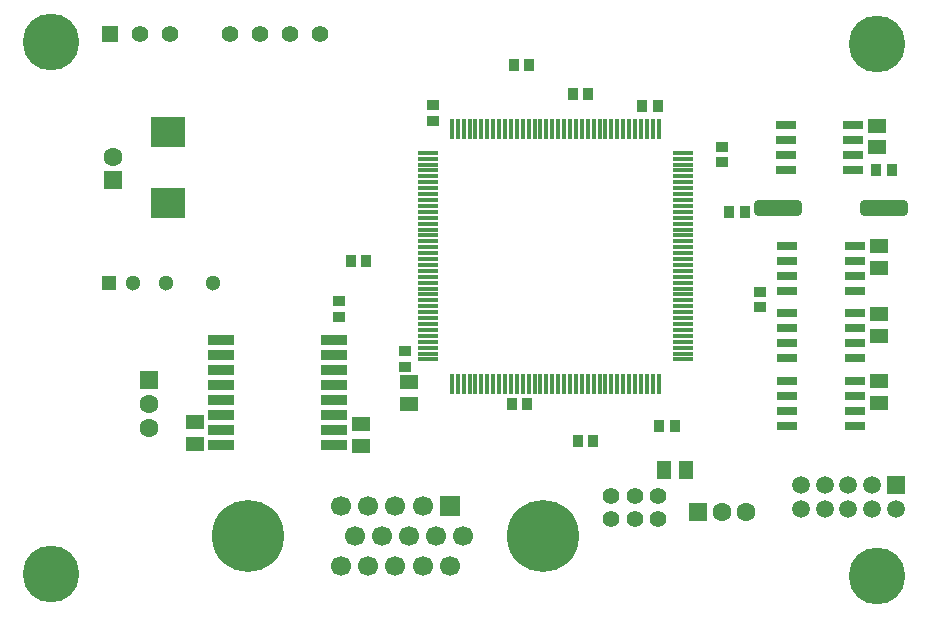
<source format=gts>
G04*
G04 #@! TF.GenerationSoftware,Altium Limited,Altium Designer,23.11.1 (41)*
G04*
G04 Layer_Color=8388736*
%FSLAX43Y43*%
%MOMM*%
G71*
G04*
G04 #@! TF.SameCoordinates,7BC64366-9C4D-408C-9FF9-50DFB5F98349*
G04*
G04*
G04 #@! TF.FilePolarity,Negative*
G04*
G01*
G75*
%ADD16R,0.400X1.700*%
%ADD17R,1.700X0.400*%
%ADD18R,1.150X1.600*%
%ADD19R,1.500X1.150*%
%ADD20R,0.900X1.000*%
%ADD21R,1.000X0.900*%
%ADD22R,1.700X0.700*%
G04:AMPARAMS|DCode=23|XSize=1.3mm|YSize=4.1mm|CornerRadius=0.35mm|HoleSize=0mm|Usage=FLASHONLY|Rotation=90.000|XOffset=0mm|YOffset=0mm|HoleType=Round|Shape=RoundedRectangle|*
%AMROUNDEDRECTD23*
21,1,1.300,3.400,0,0,90.0*
21,1,0.600,4.100,0,0,90.0*
1,1,0.700,1.700,0.300*
1,1,0.700,1.700,-0.300*
1,1,0.700,-1.700,-0.300*
1,1,0.700,-1.700,0.300*
%
%ADD23ROUNDEDRECTD23*%
%ADD24R,2.200X0.900*%
%ADD25R,1.600X1.150*%
%ADD26R,2.870X2.650*%
%ADD27R,1.700X1.700*%
%ADD28C,1.700*%
%ADD29C,6.100*%
%ADD30C,1.400*%
%ADD31R,1.400X1.400*%
%ADD32C,1.600*%
%ADD33R,1.600X1.600*%
%ADD34R,1.600X1.600*%
%ADD35C,1.500*%
%ADD36R,1.500X1.500*%
%ADD37C,4.800*%
%ADD38R,1.300X1.300*%
%ADD39C,1.300*%
D16*
X57482Y31275D02*
D03*
X56982D02*
D03*
X56482D02*
D03*
X55982D02*
D03*
X55482D02*
D03*
X54982D02*
D03*
X54482D02*
D03*
X53982D02*
D03*
X53482D02*
D03*
X52982D02*
D03*
X52482D02*
D03*
X51982D02*
D03*
X51482D02*
D03*
X50982D02*
D03*
X50482D02*
D03*
X49982D02*
D03*
X49482D02*
D03*
X48982D02*
D03*
X48482D02*
D03*
X47982D02*
D03*
X47482D02*
D03*
X46982D02*
D03*
X46482D02*
D03*
X45982D02*
D03*
X45482D02*
D03*
X44982D02*
D03*
X44482D02*
D03*
X43982D02*
D03*
X43482D02*
D03*
X42982D02*
D03*
X42482D02*
D03*
X41982D02*
D03*
X41482D02*
D03*
X40982D02*
D03*
X40482D02*
D03*
X39982D02*
D03*
Y52875D02*
D03*
X40482D02*
D03*
X40982D02*
D03*
X41482D02*
D03*
X41982D02*
D03*
X42482D02*
D03*
X42982D02*
D03*
X43482D02*
D03*
X43982D02*
D03*
X44482D02*
D03*
X44982D02*
D03*
X45482D02*
D03*
X45982D02*
D03*
X46482D02*
D03*
X46982D02*
D03*
X47482D02*
D03*
X47982D02*
D03*
X48482D02*
D03*
X48982D02*
D03*
X49482D02*
D03*
X49982D02*
D03*
X50482D02*
D03*
X50982D02*
D03*
X51482D02*
D03*
X51982D02*
D03*
X52482D02*
D03*
X52982D02*
D03*
X53482D02*
D03*
X53982D02*
D03*
X54482D02*
D03*
X54982D02*
D03*
X55482D02*
D03*
X55982D02*
D03*
X56482D02*
D03*
X56982D02*
D03*
X57482D02*
D03*
D17*
X37932Y33325D02*
D03*
Y33825D02*
D03*
Y34325D02*
D03*
Y34825D02*
D03*
Y35325D02*
D03*
Y35825D02*
D03*
Y36325D02*
D03*
Y36825D02*
D03*
Y37325D02*
D03*
Y37825D02*
D03*
Y38325D02*
D03*
Y38825D02*
D03*
Y39325D02*
D03*
Y39825D02*
D03*
Y40325D02*
D03*
Y40825D02*
D03*
Y41325D02*
D03*
Y41825D02*
D03*
Y42325D02*
D03*
Y42825D02*
D03*
Y43325D02*
D03*
Y43825D02*
D03*
Y44325D02*
D03*
Y44825D02*
D03*
Y45325D02*
D03*
Y45825D02*
D03*
Y46325D02*
D03*
Y46825D02*
D03*
Y47325D02*
D03*
Y47825D02*
D03*
Y48325D02*
D03*
Y48825D02*
D03*
Y49325D02*
D03*
Y49825D02*
D03*
Y50325D02*
D03*
Y50825D02*
D03*
X59532D02*
D03*
Y50325D02*
D03*
Y49825D02*
D03*
Y49325D02*
D03*
Y48825D02*
D03*
Y48325D02*
D03*
Y47825D02*
D03*
Y47325D02*
D03*
Y46825D02*
D03*
Y46325D02*
D03*
Y45825D02*
D03*
Y45325D02*
D03*
Y44825D02*
D03*
Y44325D02*
D03*
Y43825D02*
D03*
Y43325D02*
D03*
Y42825D02*
D03*
Y42325D02*
D03*
Y41825D02*
D03*
Y41325D02*
D03*
Y40825D02*
D03*
Y40325D02*
D03*
Y39825D02*
D03*
Y39325D02*
D03*
Y38825D02*
D03*
Y38325D02*
D03*
Y37825D02*
D03*
Y37325D02*
D03*
Y36825D02*
D03*
Y36325D02*
D03*
Y35825D02*
D03*
Y35325D02*
D03*
Y34825D02*
D03*
Y34325D02*
D03*
Y33825D02*
D03*
Y33325D02*
D03*
D18*
X59800Y24000D02*
D03*
X57950D02*
D03*
D19*
X32325Y26025D02*
D03*
Y27875D02*
D03*
X76125Y29625D02*
D03*
Y31475D02*
D03*
Y35350D02*
D03*
Y37200D02*
D03*
X76150Y41050D02*
D03*
Y42900D02*
D03*
X18200Y26175D02*
D03*
Y28025D02*
D03*
X76000Y53125D02*
D03*
Y51275D02*
D03*
D20*
X58845Y27675D02*
D03*
X57525D02*
D03*
X51945Y26425D02*
D03*
X50625D02*
D03*
X45225Y58225D02*
D03*
X46545D02*
D03*
X56075Y54800D02*
D03*
X57395D02*
D03*
X75925Y49325D02*
D03*
X77245D02*
D03*
X64775Y45800D02*
D03*
X63455D02*
D03*
X45050Y29550D02*
D03*
X46370D02*
D03*
X31400Y41700D02*
D03*
X32720D02*
D03*
X51545Y55825D02*
D03*
X50225D02*
D03*
D21*
X36025Y32680D02*
D03*
Y34000D02*
D03*
X30400Y36930D02*
D03*
Y38250D02*
D03*
X38400Y53530D02*
D03*
Y54850D02*
D03*
X66050Y37750D02*
D03*
Y39070D02*
D03*
X62875Y50005D02*
D03*
Y51325D02*
D03*
D22*
X73982Y53195D02*
D03*
X68267D02*
D03*
X73982Y51925D02*
D03*
Y50655D02*
D03*
Y49385D02*
D03*
X68267D02*
D03*
Y50655D02*
D03*
Y51925D02*
D03*
X74107Y42932D02*
D03*
X68392D02*
D03*
X74107Y41662D02*
D03*
Y40392D02*
D03*
Y39122D02*
D03*
X68392D02*
D03*
Y40392D02*
D03*
Y41662D02*
D03*
X74107Y31530D02*
D03*
X68392D02*
D03*
X74107Y30260D02*
D03*
Y28990D02*
D03*
Y27720D02*
D03*
X68392D02*
D03*
Y28990D02*
D03*
Y30260D02*
D03*
Y35970D02*
D03*
Y34700D02*
D03*
Y33430D02*
D03*
X74107D02*
D03*
Y34700D02*
D03*
Y35970D02*
D03*
X68392Y37240D02*
D03*
X74107D02*
D03*
D23*
X67575Y46175D02*
D03*
X76575D02*
D03*
D24*
X20432Y31180D02*
D03*
X30032D02*
D03*
X20432Y26100D02*
D03*
Y27370D02*
D03*
Y28640D02*
D03*
Y29910D02*
D03*
Y32450D02*
D03*
Y33720D02*
D03*
Y34990D02*
D03*
X30032Y29910D02*
D03*
Y28640D02*
D03*
Y27370D02*
D03*
Y26100D02*
D03*
Y34990D02*
D03*
Y33720D02*
D03*
Y32450D02*
D03*
D25*
X36325Y31375D02*
D03*
Y29525D02*
D03*
D26*
X15985Y46595D02*
D03*
Y52595D02*
D03*
D27*
X39800Y20905D02*
D03*
D28*
X37500D02*
D03*
X35200D02*
D03*
X32900D02*
D03*
X30600D02*
D03*
X40950Y18365D02*
D03*
X38650D02*
D03*
X36350D02*
D03*
X34050D02*
D03*
X31750D02*
D03*
X39800Y15825D02*
D03*
X37500D02*
D03*
X30600D02*
D03*
X35200D02*
D03*
X32900D02*
D03*
D29*
X47700Y18365D02*
D03*
X22700D02*
D03*
D30*
X26305Y60909D02*
D03*
X28845D02*
D03*
X23765D02*
D03*
X21225D02*
D03*
X16145D02*
D03*
X13605D02*
D03*
X55465Y21789D02*
D03*
X53465D02*
D03*
X57465D02*
D03*
Y19789D02*
D03*
X53465D02*
D03*
X55465D02*
D03*
D31*
X11065Y60909D02*
D03*
D32*
X14375Y27550D02*
D03*
Y29550D02*
D03*
X64846Y20405D02*
D03*
X62846D02*
D03*
X11285Y50495D02*
D03*
D33*
X14375Y31550D02*
D03*
X11285Y48495D02*
D03*
D34*
X60846Y20405D02*
D03*
D35*
X77545Y20677D02*
D03*
X75545D02*
D03*
X73545D02*
D03*
X75545Y22677D02*
D03*
X73545D02*
D03*
X71545D02*
D03*
X69545D02*
D03*
X71545Y20677D02*
D03*
X69545D02*
D03*
D36*
X77545Y22677D02*
D03*
D37*
X6000Y60164D02*
D03*
X76000Y60000D02*
D03*
X6000Y15164D02*
D03*
X76000Y15000D02*
D03*
D38*
X10975Y39832D02*
D03*
D39*
X12975D02*
D03*
X15775D02*
D03*
X19775D02*
D03*
M02*

</source>
